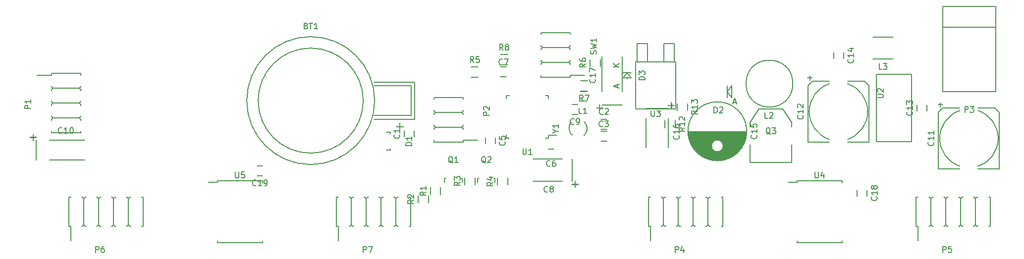
<source format=gto>
G04 #@! TF.GenerationSoftware,KiCad,Pcbnew,no-vcs-found-7406~56~ubuntu16.10.1*
G04 #@! TF.CreationDate,2016-12-22T13:28:21+01:00*
G04 #@! TF.ProjectId,nixie-clock,6E697869652D636C6F636B2E6B696361,rev?*
G04 #@! TF.FileFunction,Legend,Top*
G04 #@! TF.FilePolarity,Positive*
%FSLAX46Y46*%
G04 Gerber Fmt 4.6, Leading zero omitted, Abs format (unit mm)*
G04 Created by KiCad (PCBNEW no-vcs-found-7406~56~ubuntu16.10.1) date Thu Dec 22 13:28:21 2016*
%MOMM*%
%LPD*%
G01*
G04 APERTURE LIST*
%ADD10C,0.100000*%
%ADD11C,0.150000*%
G04 APERTURE END LIST*
D10*
D11*
X182435500Y-132016500D02*
X182435500Y-135064500D01*
X182435500Y-135064500D02*
X189547500Y-135064500D01*
X189547500Y-135064500D02*
X189547500Y-132016500D01*
X182435500Y-128968500D02*
X182435500Y-128206500D01*
X182435500Y-128206500D02*
X183959500Y-125920500D01*
X183959500Y-125920500D02*
X188023500Y-125920500D01*
X188023500Y-125920500D02*
X189547500Y-128206500D01*
X189547500Y-128206500D02*
X189547500Y-128968500D01*
X122580400Y-128320800D02*
X122580400Y-129590800D01*
X121945400Y-128955800D02*
X123215400Y-128955800D01*
X118135400Y-121970800D02*
X124485400Y-121970800D01*
X124485400Y-121970800D02*
X124485400Y-127050800D01*
X124485400Y-127050800D02*
X118135400Y-127050800D01*
X124485400Y-121335800D02*
X125120400Y-121335800D01*
X125120400Y-121335800D02*
X125120400Y-127685800D01*
X125120400Y-127685800D02*
X124485400Y-127685800D01*
X123215400Y-121335800D02*
X124485400Y-121335800D01*
X124485400Y-127685800D02*
X118135400Y-127685800D01*
X118135400Y-121335800D02*
X123215400Y-121335800D01*
X116320656Y-124510800D02*
G75*
G03X116320656Y-124510800I-8980256J0D01*
G01*
X118265353Y-124510800D02*
G75*
G03X118265353Y-124510800I-10924953J0D01*
G01*
X123356000Y-129675000D02*
X123356000Y-130675000D01*
X125056000Y-130675000D02*
X125056000Y-129675000D01*
X157954600Y-127674000D02*
X156954600Y-127674000D01*
X156954600Y-129374000D02*
X157954600Y-129374000D01*
X157929200Y-129782200D02*
X156929200Y-129782200D01*
X156929200Y-131482200D02*
X157929200Y-131482200D01*
X138873600Y-131868800D02*
X138873600Y-130868800D01*
X137173600Y-130868800D02*
X137173600Y-131868800D01*
X148937600Y-132779400D02*
X147937600Y-132779400D01*
X147937600Y-134479400D02*
X148937600Y-134479400D01*
X139784200Y-120458600D02*
X140784200Y-120458600D01*
X140784200Y-118758600D02*
X139784200Y-118758600D01*
X152003760Y-138297920D02*
X152003760Y-134498080D01*
X145303240Y-138297920D02*
X150301960Y-138297920D01*
X145305780Y-134498080D02*
X150304500Y-134498080D01*
X152506680Y-139301220D02*
X152506680Y-138201400D01*
X153106120Y-138800840D02*
X151907240Y-138800840D01*
X152001600Y-126884800D02*
X153001600Y-126884800D01*
X153001600Y-125184800D02*
X152001600Y-125184800D01*
X60434220Y-131244340D02*
X60434220Y-134642860D01*
X68684140Y-134642860D02*
X62684660Y-134642860D01*
X68684140Y-131244340D02*
X62684660Y-131244340D01*
X59931300Y-130241040D02*
X59931300Y-131340860D01*
X59331860Y-130741420D02*
X60530740Y-130741420D01*
X224282000Y-125755400D02*
X221399100Y-125755400D01*
X215392000Y-125755400D02*
X218274900Y-125755400D01*
X214630000Y-136169400D02*
X218274900Y-136169400D01*
X225044000Y-136169400D02*
X221399100Y-136169400D01*
X218274900Y-126212600D02*
G75*
G03X218274900Y-135712200I1562100J-4749800D01*
G01*
X221399100Y-135712200D02*
G75*
G03X221399100Y-126212600I-1562100J4749800D01*
G01*
X214630000Y-136169400D02*
X214630000Y-126517400D01*
X214630000Y-126517400D02*
X215392000Y-125755400D01*
X224282000Y-125755400D02*
X225044000Y-126517400D01*
X225044000Y-126517400D02*
X225044000Y-136169400D01*
X201980800Y-121183400D02*
X199097900Y-121183400D01*
X193090800Y-121183400D02*
X195973700Y-121183400D01*
X192328800Y-131597400D02*
X195973700Y-131597400D01*
X202742800Y-131597400D02*
X199097900Y-131597400D01*
X195973700Y-121640600D02*
G75*
G03X195973700Y-131140200I1562100J-4749800D01*
G01*
X199097900Y-131140200D02*
G75*
G03X199097900Y-121640600I-1562100J4749800D01*
G01*
X192328800Y-131597400D02*
X192328800Y-121945400D01*
X192328800Y-121945400D02*
X193090800Y-121183400D01*
X201980800Y-121183400D02*
X202742800Y-121945400D01*
X202742800Y-121945400D02*
X202742800Y-131597400D01*
X210986000Y-125280800D02*
X210986000Y-126280800D01*
X212686000Y-126280800D02*
X212686000Y-125280800D01*
X198411200Y-117289200D02*
X198411200Y-116289200D01*
X196711200Y-116289200D02*
X196711200Y-117289200D01*
X168473120Y-125846840D02*
X164673280Y-125846840D01*
X168473120Y-132547360D02*
X168473120Y-127548640D01*
X164673280Y-132544820D02*
X164673280Y-127546100D01*
X169476420Y-125343920D02*
X168376600Y-125343920D01*
X168976040Y-124744480D02*
X168976040Y-125943360D01*
X157152340Y-125239780D02*
X160550860Y-125239780D01*
X160550860Y-116989860D02*
X160550860Y-122989340D01*
X157152340Y-116989860D02*
X157152340Y-122989340D01*
X156149040Y-125742700D02*
X157248860Y-125742700D01*
X156649420Y-126342140D02*
X156649420Y-125143260D01*
X202449800Y-140809600D02*
X202449800Y-139809600D01*
X200749800Y-139809600D02*
X200749800Y-140809600D01*
X98153600Y-137375000D02*
X99153600Y-137375000D01*
X99153600Y-135675000D02*
X98153600Y-135675000D01*
X120294400Y-129945180D02*
X120995440Y-129945180D01*
X120995440Y-129945180D02*
X120995440Y-130194100D01*
X120995440Y-132744160D02*
X120995440Y-132944820D01*
X120995440Y-132944820D02*
X120294400Y-132944820D01*
X161442400Y-119744020D02*
X161442400Y-119594160D01*
X161442400Y-120592380D02*
X161442400Y-120793040D01*
X161442400Y-119744020D02*
X160693100Y-119744020D01*
X161442400Y-119744020D02*
X162143440Y-119744020D01*
X161442400Y-119744020D02*
X162143440Y-120592380D01*
X162143440Y-120592380D02*
X160741360Y-120592380D01*
X160741360Y-120592380D02*
X161442400Y-119744020D01*
X154398980Y-122948700D02*
X153347420Y-122948700D01*
X153296620Y-124548900D02*
X154348180Y-124548900D01*
X63032000Y-120142600D02*
X60607000Y-120142600D01*
X63282000Y-122402600D02*
X67782000Y-122402600D01*
X68032000Y-130022600D02*
X68032000Y-129742600D01*
X68032000Y-130022600D02*
X63032000Y-130022600D01*
X63032000Y-130022600D02*
X63032000Y-129742600D01*
X63032000Y-119862600D02*
X63032000Y-120142600D01*
X68032000Y-119862600D02*
X63032000Y-119862600D01*
X68032000Y-122021600D02*
X68032000Y-122148600D01*
X68032000Y-122148600D02*
X67778000Y-122402600D01*
X67778000Y-122402600D02*
X68032000Y-122656600D01*
X68032000Y-122656600D02*
X68032000Y-122783600D01*
X68032000Y-119862600D02*
X68032000Y-120142600D01*
X68032000Y-124561600D02*
X68032000Y-124688600D01*
X68032000Y-127101600D02*
X68032000Y-127228600D01*
X63032000Y-122783600D02*
X63032000Y-122656600D01*
X67778000Y-124942600D02*
X68032000Y-125196600D01*
X67778000Y-127482600D02*
X68032000Y-127736600D01*
X63286000Y-122402600D02*
X63032000Y-122148600D01*
X68032000Y-125196600D02*
X68032000Y-125323600D01*
X68032000Y-127736600D02*
X68032000Y-127863600D01*
X63032000Y-122148600D02*
X63032000Y-122021600D01*
X68032000Y-124688600D02*
X67778000Y-124942600D01*
X68032000Y-127228600D02*
X67778000Y-127482600D01*
X63032000Y-122656600D02*
X63286000Y-122402600D01*
X63032000Y-125323600D02*
X63032000Y-125196600D01*
X63032000Y-127863600D02*
X63032000Y-127736600D01*
X63032000Y-124688600D02*
X63032000Y-124561600D01*
X63032000Y-127228600D02*
X63032000Y-127101600D01*
X63286000Y-124942600D02*
X63032000Y-124688600D01*
X63286000Y-127482600D02*
X63032000Y-127228600D01*
X63032000Y-125196600D02*
X63286000Y-124942600D01*
X63032000Y-127736600D02*
X63286000Y-127482600D01*
X63282000Y-124942600D02*
X67782000Y-124942600D01*
X63282000Y-127482600D02*
X67782000Y-127482600D01*
X133437000Y-131262000D02*
X135862000Y-131262000D01*
X133187000Y-129032000D02*
X128687000Y-129032000D01*
X128437000Y-123952000D02*
X128437000Y-124232000D01*
X128437000Y-123952000D02*
X133437000Y-123952000D01*
X133437000Y-123952000D02*
X133437000Y-124232000D01*
X133437000Y-131572000D02*
X133437000Y-131292000D01*
X128437000Y-131572000D02*
X133437000Y-131572000D01*
X128437000Y-129413000D02*
X128437000Y-129286000D01*
X128437000Y-129286000D02*
X128691000Y-129032000D01*
X128691000Y-129032000D02*
X128437000Y-128778000D01*
X128437000Y-128778000D02*
X128437000Y-128651000D01*
X128437000Y-131572000D02*
X128437000Y-131292000D01*
X128437000Y-126873000D02*
X128437000Y-126746000D01*
X133437000Y-128651000D02*
X133437000Y-128778000D01*
X128691000Y-126492000D02*
X128437000Y-126238000D01*
X133183000Y-129032000D02*
X133437000Y-129286000D01*
X128437000Y-126238000D02*
X128437000Y-126111000D01*
X133437000Y-129286000D02*
X133437000Y-129413000D01*
X128437000Y-126746000D02*
X128691000Y-126492000D01*
X133437000Y-128778000D02*
X133183000Y-129032000D01*
X133437000Y-126111000D02*
X133437000Y-126238000D01*
X133437000Y-126746000D02*
X133437000Y-126873000D01*
X133183000Y-126492000D02*
X133437000Y-126746000D01*
X133437000Y-126238000D02*
X133183000Y-126492000D01*
X133187000Y-126492000D02*
X128687000Y-126492000D01*
X224388680Y-111950500D02*
X215386920Y-111950500D01*
X224388680Y-108450380D02*
X215386920Y-108450380D01*
X215386920Y-108450380D02*
X215386920Y-122951240D01*
X215386920Y-122951240D02*
X224388680Y-122951240D01*
X224388680Y-122951240D02*
X224388680Y-108450380D01*
X165400000Y-146010000D02*
X165400000Y-148435000D01*
X175260000Y-145760000D02*
X175260000Y-141260000D01*
X175514000Y-146010000D02*
X175260000Y-145756000D01*
X175260000Y-145756000D02*
X175006000Y-146010000D01*
X175006000Y-146010000D02*
X174879000Y-146010000D01*
X175641000Y-146010000D02*
X175514000Y-146010000D01*
X175006000Y-141010000D02*
X175260000Y-141264000D01*
X175514000Y-141010000D02*
X175641000Y-141010000D01*
X175260000Y-141264000D02*
X175514000Y-141010000D01*
X174879000Y-141010000D02*
X175006000Y-141010000D01*
X167640000Y-145760000D02*
X167640000Y-141260000D01*
X177800000Y-141010000D02*
X177520000Y-141010000D01*
X177800000Y-141010000D02*
X177800000Y-146010000D01*
X177800000Y-146010000D02*
X177520000Y-146010000D01*
X165100000Y-146010000D02*
X165380000Y-146010000D01*
X165100000Y-141010000D02*
X165100000Y-146010000D01*
X167259000Y-141010000D02*
X167386000Y-141010000D01*
X167386000Y-141010000D02*
X167640000Y-141264000D01*
X167640000Y-141264000D02*
X167894000Y-141010000D01*
X167894000Y-141010000D02*
X168021000Y-141010000D01*
X165100000Y-141010000D02*
X165380000Y-141010000D01*
X169799000Y-141010000D02*
X169926000Y-141010000D01*
X172339000Y-141010000D02*
X172466000Y-141010000D01*
X168021000Y-146010000D02*
X167894000Y-146010000D01*
X170180000Y-141264000D02*
X170434000Y-141010000D01*
X172720000Y-141264000D02*
X172974000Y-141010000D01*
X167640000Y-145756000D02*
X167386000Y-146010000D01*
X170434000Y-141010000D02*
X170561000Y-141010000D01*
X172974000Y-141010000D02*
X173101000Y-141010000D01*
X167386000Y-146010000D02*
X167259000Y-146010000D01*
X169926000Y-141010000D02*
X170180000Y-141264000D01*
X172466000Y-141010000D02*
X172720000Y-141264000D01*
X167894000Y-146010000D02*
X167640000Y-145756000D01*
X170561000Y-146010000D02*
X170434000Y-146010000D01*
X173101000Y-146010000D02*
X172974000Y-146010000D01*
X169926000Y-146010000D02*
X169799000Y-146010000D01*
X172466000Y-146010000D02*
X172339000Y-146010000D01*
X170180000Y-145756000D02*
X169926000Y-146010000D01*
X172720000Y-145756000D02*
X172466000Y-146010000D01*
X170434000Y-146010000D02*
X170180000Y-145756000D01*
X172974000Y-146010000D02*
X172720000Y-145756000D01*
X170180000Y-145760000D02*
X170180000Y-141260000D01*
X172720000Y-145760000D02*
X172720000Y-141260000D01*
X211120000Y-146010000D02*
X211120000Y-148435000D01*
X220980000Y-145760000D02*
X220980000Y-141260000D01*
X221234000Y-146010000D02*
X220980000Y-145756000D01*
X220980000Y-145756000D02*
X220726000Y-146010000D01*
X220726000Y-146010000D02*
X220599000Y-146010000D01*
X221361000Y-146010000D02*
X221234000Y-146010000D01*
X220726000Y-141010000D02*
X220980000Y-141264000D01*
X221234000Y-141010000D02*
X221361000Y-141010000D01*
X220980000Y-141264000D02*
X221234000Y-141010000D01*
X220599000Y-141010000D02*
X220726000Y-141010000D01*
X213360000Y-145760000D02*
X213360000Y-141260000D01*
X223520000Y-141010000D02*
X223240000Y-141010000D01*
X223520000Y-141010000D02*
X223520000Y-146010000D01*
X223520000Y-146010000D02*
X223240000Y-146010000D01*
X210820000Y-146010000D02*
X211100000Y-146010000D01*
X210820000Y-141010000D02*
X210820000Y-146010000D01*
X212979000Y-141010000D02*
X213106000Y-141010000D01*
X213106000Y-141010000D02*
X213360000Y-141264000D01*
X213360000Y-141264000D02*
X213614000Y-141010000D01*
X213614000Y-141010000D02*
X213741000Y-141010000D01*
X210820000Y-141010000D02*
X211100000Y-141010000D01*
X215519000Y-141010000D02*
X215646000Y-141010000D01*
X218059000Y-141010000D02*
X218186000Y-141010000D01*
X213741000Y-146010000D02*
X213614000Y-146010000D01*
X215900000Y-141264000D02*
X216154000Y-141010000D01*
X218440000Y-141264000D02*
X218694000Y-141010000D01*
X213360000Y-145756000D02*
X213106000Y-146010000D01*
X216154000Y-141010000D02*
X216281000Y-141010000D01*
X218694000Y-141010000D02*
X218821000Y-141010000D01*
X213106000Y-146010000D02*
X212979000Y-146010000D01*
X215646000Y-141010000D02*
X215900000Y-141264000D01*
X218186000Y-141010000D02*
X218440000Y-141264000D01*
X213614000Y-146010000D02*
X213360000Y-145756000D01*
X216281000Y-146010000D02*
X216154000Y-146010000D01*
X218821000Y-146010000D02*
X218694000Y-146010000D01*
X215646000Y-146010000D02*
X215519000Y-146010000D01*
X218186000Y-146010000D02*
X218059000Y-146010000D01*
X215900000Y-145756000D02*
X215646000Y-146010000D01*
X218440000Y-145756000D02*
X218186000Y-146010000D01*
X216154000Y-146010000D02*
X215900000Y-145756000D01*
X218694000Y-146010000D02*
X218440000Y-145756000D01*
X215900000Y-145760000D02*
X215900000Y-141260000D01*
X218440000Y-145760000D02*
X218440000Y-141260000D01*
X66340000Y-146010000D02*
X66340000Y-148435000D01*
X76200000Y-145760000D02*
X76200000Y-141260000D01*
X76454000Y-146010000D02*
X76200000Y-145756000D01*
X76200000Y-145756000D02*
X75946000Y-146010000D01*
X75946000Y-146010000D02*
X75819000Y-146010000D01*
X76581000Y-146010000D02*
X76454000Y-146010000D01*
X75946000Y-141010000D02*
X76200000Y-141264000D01*
X76454000Y-141010000D02*
X76581000Y-141010000D01*
X76200000Y-141264000D02*
X76454000Y-141010000D01*
X75819000Y-141010000D02*
X75946000Y-141010000D01*
X68580000Y-145760000D02*
X68580000Y-141260000D01*
X78740000Y-141010000D02*
X78460000Y-141010000D01*
X78740000Y-141010000D02*
X78740000Y-146010000D01*
X78740000Y-146010000D02*
X78460000Y-146010000D01*
X66040000Y-146010000D02*
X66320000Y-146010000D01*
X66040000Y-141010000D02*
X66040000Y-146010000D01*
X68199000Y-141010000D02*
X68326000Y-141010000D01*
X68326000Y-141010000D02*
X68580000Y-141264000D01*
X68580000Y-141264000D02*
X68834000Y-141010000D01*
X68834000Y-141010000D02*
X68961000Y-141010000D01*
X66040000Y-141010000D02*
X66320000Y-141010000D01*
X70739000Y-141010000D02*
X70866000Y-141010000D01*
X73279000Y-141010000D02*
X73406000Y-141010000D01*
X68961000Y-146010000D02*
X68834000Y-146010000D01*
X71120000Y-141264000D02*
X71374000Y-141010000D01*
X73660000Y-141264000D02*
X73914000Y-141010000D01*
X68580000Y-145756000D02*
X68326000Y-146010000D01*
X71374000Y-141010000D02*
X71501000Y-141010000D01*
X73914000Y-141010000D02*
X74041000Y-141010000D01*
X68326000Y-146010000D02*
X68199000Y-146010000D01*
X70866000Y-141010000D02*
X71120000Y-141264000D01*
X73406000Y-141010000D02*
X73660000Y-141264000D01*
X68834000Y-146010000D02*
X68580000Y-145756000D01*
X71501000Y-146010000D02*
X71374000Y-146010000D01*
X74041000Y-146010000D02*
X73914000Y-146010000D01*
X70866000Y-146010000D02*
X70739000Y-146010000D01*
X73406000Y-146010000D02*
X73279000Y-146010000D01*
X71120000Y-145756000D02*
X70866000Y-146010000D01*
X73660000Y-145756000D02*
X73406000Y-146010000D01*
X71374000Y-146010000D02*
X71120000Y-145756000D01*
X73914000Y-146010000D02*
X73660000Y-145756000D01*
X71120000Y-145760000D02*
X71120000Y-141260000D01*
X73660000Y-145760000D02*
X73660000Y-141260000D01*
X112060000Y-146010000D02*
X112060000Y-148435000D01*
X121920000Y-145760000D02*
X121920000Y-141260000D01*
X122174000Y-146010000D02*
X121920000Y-145756000D01*
X121920000Y-145756000D02*
X121666000Y-146010000D01*
X121666000Y-146010000D02*
X121539000Y-146010000D01*
X122301000Y-146010000D02*
X122174000Y-146010000D01*
X121666000Y-141010000D02*
X121920000Y-141264000D01*
X122174000Y-141010000D02*
X122301000Y-141010000D01*
X121920000Y-141264000D02*
X122174000Y-141010000D01*
X121539000Y-141010000D02*
X121666000Y-141010000D01*
X114300000Y-145760000D02*
X114300000Y-141260000D01*
X124460000Y-141010000D02*
X124180000Y-141010000D01*
X124460000Y-141010000D02*
X124460000Y-146010000D01*
X124460000Y-146010000D02*
X124180000Y-146010000D01*
X111760000Y-146010000D02*
X112040000Y-146010000D01*
X111760000Y-141010000D02*
X111760000Y-146010000D01*
X113919000Y-141010000D02*
X114046000Y-141010000D01*
X114046000Y-141010000D02*
X114300000Y-141264000D01*
X114300000Y-141264000D02*
X114554000Y-141010000D01*
X114554000Y-141010000D02*
X114681000Y-141010000D01*
X111760000Y-141010000D02*
X112040000Y-141010000D01*
X116459000Y-141010000D02*
X116586000Y-141010000D01*
X118999000Y-141010000D02*
X119126000Y-141010000D01*
X114681000Y-146010000D02*
X114554000Y-146010000D01*
X116840000Y-141264000D02*
X117094000Y-141010000D01*
X119380000Y-141264000D02*
X119634000Y-141010000D01*
X114300000Y-145756000D02*
X114046000Y-146010000D01*
X117094000Y-141010000D02*
X117221000Y-141010000D01*
X119634000Y-141010000D02*
X119761000Y-141010000D01*
X114046000Y-146010000D02*
X113919000Y-146010000D01*
X116586000Y-141010000D02*
X116840000Y-141264000D01*
X119126000Y-141010000D02*
X119380000Y-141264000D01*
X114554000Y-146010000D02*
X114300000Y-145756000D01*
X117221000Y-146010000D02*
X117094000Y-146010000D01*
X119761000Y-146010000D02*
X119634000Y-146010000D01*
X116586000Y-146010000D02*
X116459000Y-146010000D01*
X119126000Y-146010000D02*
X118999000Y-146010000D01*
X116840000Y-145756000D02*
X116586000Y-146010000D01*
X119380000Y-145756000D02*
X119126000Y-146010000D01*
X117094000Y-146010000D02*
X116840000Y-145756000D01*
X119634000Y-146010000D02*
X119380000Y-145756000D01*
X116840000Y-145760000D02*
X116840000Y-141260000D01*
X119380000Y-145760000D02*
X119380000Y-141260000D01*
X130224580Y-138480800D02*
X130224580Y-137779760D01*
X130224580Y-137779760D02*
X130473500Y-137779760D01*
X133023560Y-137779760D02*
X133224220Y-137779760D01*
X133224220Y-137779760D02*
X133224220Y-138480800D01*
X135863380Y-138506200D02*
X135863380Y-137805160D01*
X135863380Y-137805160D02*
X136112300Y-137805160D01*
X138662360Y-137805160D02*
X138863020Y-137805160D01*
X138863020Y-137805160D02*
X138863020Y-138506200D01*
X129551400Y-139354000D02*
X129551400Y-140554000D01*
X127801400Y-140554000D02*
X127801400Y-139354000D01*
X127443200Y-140751000D02*
X127443200Y-141951000D01*
X125693200Y-141951000D02*
X125693200Y-140751000D01*
X135418800Y-137677600D02*
X135418800Y-138877600D01*
X133668800Y-138877600D02*
X133668800Y-137677600D01*
X141032200Y-137703000D02*
X141032200Y-138903000D01*
X139282200Y-138903000D02*
X139282200Y-137703000D01*
X135982000Y-120509000D02*
X134782000Y-120509000D01*
X134782000Y-118759000D02*
X135982000Y-118759000D01*
X156831000Y-117433800D02*
X156831000Y-118633800D01*
X155081000Y-118633800D02*
X155081000Y-117433800D01*
X153451000Y-121146600D02*
X154651000Y-121146600D01*
X154651000Y-122896600D02*
X153451000Y-122896600D01*
X140985800Y-118400800D02*
X139785800Y-118400800D01*
X139785800Y-116650800D02*
X140985800Y-116650800D01*
X167857200Y-129124000D02*
X167857200Y-127924000D01*
X169607200Y-127924000D02*
X169607200Y-129124000D01*
X169990800Y-126203000D02*
X169990800Y-125003000D01*
X171740800Y-125003000D02*
X171740800Y-126203000D01*
X151725000Y-120187600D02*
X154150000Y-120187600D01*
X151475000Y-117957600D02*
X146975000Y-117957600D01*
X146725000Y-112877600D02*
X146725000Y-113157600D01*
X146725000Y-112877600D02*
X151725000Y-112877600D01*
X151725000Y-112877600D02*
X151725000Y-113157600D01*
X151725000Y-120497600D02*
X151725000Y-120217600D01*
X146725000Y-120497600D02*
X151725000Y-120497600D01*
X146725000Y-118338600D02*
X146725000Y-118211600D01*
X146725000Y-118211600D02*
X146979000Y-117957600D01*
X146979000Y-117957600D02*
X146725000Y-117703600D01*
X146725000Y-117703600D02*
X146725000Y-117576600D01*
X146725000Y-120497600D02*
X146725000Y-120217600D01*
X146725000Y-115798600D02*
X146725000Y-115671600D01*
X151725000Y-117576600D02*
X151725000Y-117703600D01*
X146979000Y-115417600D02*
X146725000Y-115163600D01*
X151471000Y-117957600D02*
X151725000Y-118211600D01*
X146725000Y-115163600D02*
X146725000Y-115036600D01*
X151725000Y-118211600D02*
X151725000Y-118338600D01*
X146725000Y-115671600D02*
X146979000Y-115417600D01*
X151725000Y-117703600D02*
X151471000Y-117957600D01*
X151725000Y-115036600D02*
X151725000Y-115163600D01*
X151725000Y-115671600D02*
X151725000Y-115798600D01*
X151471000Y-115417600D02*
X151725000Y-115671600D01*
X151725000Y-115163600D02*
X151471000Y-115417600D01*
X151475000Y-115417600D02*
X146975000Y-115417600D01*
X147998600Y-130904400D02*
X147998600Y-130454400D01*
X140748600Y-130904400D02*
X140748600Y-130379400D01*
X140748600Y-123654400D02*
X140748600Y-124179400D01*
X147998600Y-123654400D02*
X147998600Y-124179400D01*
X147998600Y-130904400D02*
X147473600Y-130904400D01*
X147998600Y-123654400D02*
X147473600Y-123654400D01*
X140748600Y-123654400D02*
X141273600Y-123654400D01*
X140748600Y-130904400D02*
X141273600Y-130904400D01*
X147998600Y-130454400D02*
X149373600Y-130454400D01*
X164896800Y-117906800D02*
X164896800Y-114731800D01*
X164896800Y-114731800D02*
X163118800Y-114731800D01*
X163118800Y-114731800D02*
X163118800Y-117906800D01*
X169468800Y-117906800D02*
X169468800Y-114731800D01*
X169468800Y-114731800D02*
X167690800Y-114731800D01*
X167690800Y-114731800D02*
X167690800Y-117906800D01*
X162864800Y-124002800D02*
X162864800Y-117906800D01*
X162864800Y-117906800D02*
X169722800Y-117906800D01*
X169722800Y-117906800D02*
X169722800Y-125780800D01*
X169722800Y-125907800D02*
X162864800Y-125907800D01*
X162864800Y-125780800D02*
X162864800Y-124002800D01*
X190435000Y-138185000D02*
X190435000Y-138460000D01*
X198185000Y-138185000D02*
X198185000Y-138540000D01*
X198185000Y-148835000D02*
X198185000Y-148480000D01*
X190435000Y-148835000D02*
X190435000Y-148480000D01*
X190435000Y-138185000D02*
X198185000Y-138185000D01*
X190435000Y-148835000D02*
X198185000Y-148835000D01*
X190435000Y-138460000D02*
X188910000Y-138460000D01*
X91375000Y-138185000D02*
X91375000Y-138460000D01*
X99125000Y-138185000D02*
X99125000Y-138540000D01*
X99125000Y-148835000D02*
X99125000Y-148480000D01*
X91375000Y-148835000D02*
X91375000Y-148480000D01*
X91375000Y-138185000D02*
X99125000Y-138185000D01*
X91375000Y-148835000D02*
X99125000Y-148835000D01*
X91375000Y-138460000D02*
X89850000Y-138460000D01*
X154185620Y-128211580D02*
X154035760Y-128061720D01*
X151785320Y-130159760D02*
X152034240Y-130411220D01*
X154185620Y-128211580D02*
X154434540Y-128559560D01*
X154434540Y-128559560D02*
X154584400Y-129110740D01*
X154584400Y-129110740D02*
X154584400Y-129509520D01*
X154584400Y-129509520D02*
X154383740Y-130009900D01*
X154383740Y-130009900D02*
X154035760Y-130411220D01*
X151985980Y-128109980D02*
X151734520Y-128409700D01*
X151734520Y-128409700D02*
X151533860Y-128861820D01*
X151533860Y-128861820D02*
X151485600Y-129311400D01*
X151485600Y-129311400D02*
X151584660Y-129811780D01*
X151584660Y-129811780D02*
X151785320Y-130159760D01*
X206857600Y-113665000D02*
X203403200Y-113665000D01*
X206857600Y-117424200D02*
X203403200Y-117424200D01*
X210034000Y-131520800D02*
X210034000Y-120040800D01*
X210034000Y-120040800D02*
X204044000Y-120040800D01*
X204044000Y-120040800D02*
X204044000Y-131520800D01*
X204044000Y-131520800D02*
X210034000Y-131520800D01*
X181833800Y-129829000D02*
X171835800Y-129829000D01*
X181829800Y-129969000D02*
X171839800Y-129969000D01*
X181821800Y-130109000D02*
X171847800Y-130109000D01*
X181809800Y-130249000D02*
X171859800Y-130249000D01*
X181794800Y-130389000D02*
X171874800Y-130389000D01*
X181774800Y-130529000D02*
X171894800Y-130529000D01*
X181750800Y-130669000D02*
X171918800Y-130669000D01*
X181721800Y-130809000D02*
X171947800Y-130809000D01*
X181689800Y-130949000D02*
X171979800Y-130949000D01*
X181652800Y-131089000D02*
X172016800Y-131089000D01*
X181611800Y-131229000D02*
X172057800Y-131229000D01*
X181566800Y-131369000D02*
X177300800Y-131369000D01*
X176368800Y-131369000D02*
X172102800Y-131369000D01*
X181516800Y-131509000D02*
X177501800Y-131509000D01*
X176167800Y-131509000D02*
X172152800Y-131509000D01*
X181461800Y-131649000D02*
X177630800Y-131649000D01*
X176038800Y-131649000D02*
X172207800Y-131649000D01*
X181401800Y-131789000D02*
X177719800Y-131789000D01*
X175949800Y-131789000D02*
X172267800Y-131789000D01*
X181336800Y-131929000D02*
X177780800Y-131929000D01*
X175888800Y-131929000D02*
X172332800Y-131929000D01*
X181266800Y-132069000D02*
X177817800Y-132069000D01*
X175851800Y-132069000D02*
X172402800Y-132069000D01*
X181190800Y-132209000D02*
X177833800Y-132209000D01*
X175835800Y-132209000D02*
X172478800Y-132209000D01*
X181108800Y-132349000D02*
X177829800Y-132349000D01*
X175839800Y-132349000D02*
X172560800Y-132349000D01*
X181020800Y-132489000D02*
X177806800Y-132489000D01*
X175862800Y-132489000D02*
X172648800Y-132489000D01*
X180925800Y-132629000D02*
X177761800Y-132629000D01*
X175907800Y-132629000D02*
X172743800Y-132629000D01*
X180823800Y-132769000D02*
X177691800Y-132769000D01*
X175977800Y-132769000D02*
X172845800Y-132769000D01*
X180713800Y-132909000D02*
X177590800Y-132909000D01*
X176078800Y-132909000D02*
X172955800Y-132909000D01*
X180595800Y-133049000D02*
X177441800Y-133049000D01*
X176227800Y-133049000D02*
X173073800Y-133049000D01*
X180467800Y-133189000D02*
X177189800Y-133189000D01*
X176479800Y-133189000D02*
X173201800Y-133189000D01*
X180330800Y-133329000D02*
X173338800Y-133329000D01*
X180180800Y-133469000D02*
X173488800Y-133469000D01*
X180018800Y-133609000D02*
X173650800Y-133609000D01*
X179841800Y-133749000D02*
X173827800Y-133749000D01*
X179645800Y-133889000D02*
X174023800Y-133889000D01*
X179427800Y-134029000D02*
X174241800Y-134029000D01*
X179181800Y-134169000D02*
X174487800Y-134169000D01*
X178896800Y-134309000D02*
X174772800Y-134309000D01*
X178554800Y-134449000D02*
X175114800Y-134449000D01*
X178108800Y-134589000D02*
X175560800Y-134589000D01*
X177333800Y-134729000D02*
X176335800Y-134729000D01*
X177834800Y-132254000D02*
G75*
G03X177834800Y-132254000I-1000000J0D01*
G01*
X181872300Y-129754000D02*
G75*
G03X181872300Y-129754000I-5037500J0D01*
G01*
X178536600Y-122986800D02*
X179298600Y-124002800D01*
X178536600Y-122986800D02*
X179298600Y-121970800D01*
X178536600Y-121970800D02*
X178536600Y-124002800D01*
X179298600Y-121970800D02*
X179298600Y-124002800D01*
X189738000Y-121602500D02*
G75*
G03X189738000Y-121602500I-4000500J0D01*
G01*
X185896261Y-130278119D02*
X185801023Y-130230500D01*
X185705785Y-130135261D01*
X185562928Y-129992404D01*
X185467690Y-129944785D01*
X185372452Y-129944785D01*
X185420071Y-130182880D02*
X185324833Y-130135261D01*
X185229595Y-130040023D01*
X185181976Y-129849547D01*
X185181976Y-129516214D01*
X185229595Y-129325738D01*
X185324833Y-129230500D01*
X185420071Y-129182880D01*
X185610547Y-129182880D01*
X185705785Y-129230500D01*
X185801023Y-129325738D01*
X185848642Y-129516214D01*
X185848642Y-129849547D01*
X185801023Y-130040023D01*
X185705785Y-130135261D01*
X185610547Y-130182880D01*
X185420071Y-130182880D01*
X186181976Y-129182880D02*
X186801023Y-129182880D01*
X186467690Y-129563833D01*
X186610547Y-129563833D01*
X186705785Y-129611452D01*
X186753404Y-129659071D01*
X186801023Y-129754309D01*
X186801023Y-129992404D01*
X186753404Y-130087642D01*
X186705785Y-130135261D01*
X186610547Y-130182880D01*
X186324833Y-130182880D01*
X186229595Y-130135261D01*
X186181976Y-130087642D01*
X106554685Y-111739371D02*
X106697542Y-111786990D01*
X106745161Y-111834609D01*
X106792780Y-111929847D01*
X106792780Y-112072704D01*
X106745161Y-112167942D01*
X106697542Y-112215561D01*
X106602304Y-112263180D01*
X106221352Y-112263180D01*
X106221352Y-111263180D01*
X106554685Y-111263180D01*
X106649923Y-111310800D01*
X106697542Y-111358419D01*
X106745161Y-111453657D01*
X106745161Y-111548895D01*
X106697542Y-111644133D01*
X106649923Y-111691752D01*
X106554685Y-111739371D01*
X106221352Y-111739371D01*
X107078495Y-111263180D02*
X107649923Y-111263180D01*
X107364209Y-112263180D02*
X107364209Y-111263180D01*
X108507066Y-112263180D02*
X107935638Y-112263180D01*
X108221352Y-112263180D02*
X108221352Y-111263180D01*
X108126114Y-111406038D01*
X108030876Y-111501276D01*
X107935638Y-111548895D01*
X122463142Y-130341666D02*
X122510761Y-130389285D01*
X122558380Y-130532142D01*
X122558380Y-130627380D01*
X122510761Y-130770238D01*
X122415523Y-130865476D01*
X122320285Y-130913095D01*
X122129809Y-130960714D01*
X121986952Y-130960714D01*
X121796476Y-130913095D01*
X121701238Y-130865476D01*
X121606000Y-130770238D01*
X121558380Y-130627380D01*
X121558380Y-130532142D01*
X121606000Y-130389285D01*
X121653619Y-130341666D01*
X122558380Y-129389285D02*
X122558380Y-129960714D01*
X122558380Y-129675000D02*
X121558380Y-129675000D01*
X121701238Y-129770238D01*
X121796476Y-129865476D01*
X121844095Y-129960714D01*
X157287933Y-126781142D02*
X157240314Y-126828761D01*
X157097457Y-126876380D01*
X157002219Y-126876380D01*
X156859361Y-126828761D01*
X156764123Y-126733523D01*
X156716504Y-126638285D01*
X156668885Y-126447809D01*
X156668885Y-126304952D01*
X156716504Y-126114476D01*
X156764123Y-126019238D01*
X156859361Y-125924000D01*
X157002219Y-125876380D01*
X157097457Y-125876380D01*
X157240314Y-125924000D01*
X157287933Y-125971619D01*
X157668885Y-125971619D02*
X157716504Y-125924000D01*
X157811742Y-125876380D01*
X158049838Y-125876380D01*
X158145076Y-125924000D01*
X158192695Y-125971619D01*
X158240314Y-126066857D01*
X158240314Y-126162095D01*
X158192695Y-126304952D01*
X157621266Y-126876380D01*
X158240314Y-126876380D01*
X157262533Y-128889342D02*
X157214914Y-128936961D01*
X157072057Y-128984580D01*
X156976819Y-128984580D01*
X156833961Y-128936961D01*
X156738723Y-128841723D01*
X156691104Y-128746485D01*
X156643485Y-128556009D01*
X156643485Y-128413152D01*
X156691104Y-128222676D01*
X156738723Y-128127438D01*
X156833961Y-128032200D01*
X156976819Y-127984580D01*
X157072057Y-127984580D01*
X157214914Y-128032200D01*
X157262533Y-128079819D01*
X157595866Y-127984580D02*
X158214914Y-127984580D01*
X157881580Y-128365533D01*
X158024438Y-128365533D01*
X158119676Y-128413152D01*
X158167295Y-128460771D01*
X158214914Y-128556009D01*
X158214914Y-128794104D01*
X158167295Y-128889342D01*
X158119676Y-128936961D01*
X158024438Y-128984580D01*
X157738723Y-128984580D01*
X157643485Y-128936961D01*
X157595866Y-128889342D01*
X140480742Y-131535466D02*
X140528361Y-131583085D01*
X140575980Y-131725942D01*
X140575980Y-131821180D01*
X140528361Y-131964038D01*
X140433123Y-132059276D01*
X140337885Y-132106895D01*
X140147409Y-132154514D01*
X140004552Y-132154514D01*
X139814076Y-132106895D01*
X139718838Y-132059276D01*
X139623600Y-131964038D01*
X139575980Y-131821180D01*
X139575980Y-131725942D01*
X139623600Y-131583085D01*
X139671219Y-131535466D01*
X139575980Y-130630704D02*
X139575980Y-131106895D01*
X140052171Y-131154514D01*
X140004552Y-131106895D01*
X139956933Y-131011657D01*
X139956933Y-130773561D01*
X140004552Y-130678323D01*
X140052171Y-130630704D01*
X140147409Y-130583085D01*
X140385504Y-130583085D01*
X140480742Y-130630704D01*
X140528361Y-130678323D01*
X140575980Y-130773561D01*
X140575980Y-131011657D01*
X140528361Y-131106895D01*
X140480742Y-131154514D01*
X148245533Y-135662942D02*
X148197914Y-135710561D01*
X148055057Y-135758180D01*
X147959819Y-135758180D01*
X147816961Y-135710561D01*
X147721723Y-135615323D01*
X147674104Y-135520085D01*
X147626485Y-135329609D01*
X147626485Y-135186752D01*
X147674104Y-134996276D01*
X147721723Y-134901038D01*
X147816961Y-134805800D01*
X147959819Y-134758180D01*
X148055057Y-134758180D01*
X148197914Y-134805800D01*
X148245533Y-134853419D01*
X149102676Y-134758180D02*
X148912200Y-134758180D01*
X148816961Y-134805800D01*
X148769342Y-134853419D01*
X148674104Y-134996276D01*
X148626485Y-135186752D01*
X148626485Y-135567704D01*
X148674104Y-135662942D01*
X148721723Y-135710561D01*
X148816961Y-135758180D01*
X149007438Y-135758180D01*
X149102676Y-135710561D01*
X149150295Y-135662942D01*
X149197914Y-135567704D01*
X149197914Y-135329609D01*
X149150295Y-135234371D01*
X149102676Y-135186752D01*
X149007438Y-135139133D01*
X148816961Y-135139133D01*
X148721723Y-135186752D01*
X148674104Y-135234371D01*
X148626485Y-135329609D01*
X140117533Y-118314742D02*
X140069914Y-118362361D01*
X139927057Y-118409980D01*
X139831819Y-118409980D01*
X139688961Y-118362361D01*
X139593723Y-118267123D01*
X139546104Y-118171885D01*
X139498485Y-117981409D01*
X139498485Y-117838552D01*
X139546104Y-117648076D01*
X139593723Y-117552838D01*
X139688961Y-117457600D01*
X139831819Y-117409980D01*
X139927057Y-117409980D01*
X140069914Y-117457600D01*
X140117533Y-117505219D01*
X140450866Y-117409980D02*
X141117533Y-117409980D01*
X140688961Y-118409980D01*
X147836593Y-140054602D02*
X147788974Y-140102221D01*
X147646117Y-140149840D01*
X147550879Y-140149840D01*
X147408021Y-140102221D01*
X147312783Y-140006983D01*
X147265164Y-139911745D01*
X147217545Y-139721269D01*
X147217545Y-139578412D01*
X147265164Y-139387936D01*
X147312783Y-139292698D01*
X147408021Y-139197460D01*
X147550879Y-139149840D01*
X147646117Y-139149840D01*
X147788974Y-139197460D01*
X147836593Y-139245079D01*
X148408021Y-139578412D02*
X148312783Y-139530793D01*
X148265164Y-139483174D01*
X148217545Y-139387936D01*
X148217545Y-139340317D01*
X148265164Y-139245079D01*
X148312783Y-139197460D01*
X148408021Y-139149840D01*
X148598498Y-139149840D01*
X148693736Y-139197460D01*
X148741355Y-139245079D01*
X148788974Y-139340317D01*
X148788974Y-139387936D01*
X148741355Y-139483174D01*
X148693736Y-139530793D01*
X148598498Y-139578412D01*
X148408021Y-139578412D01*
X148312783Y-139626031D01*
X148265164Y-139673650D01*
X148217545Y-139768888D01*
X148217545Y-139959364D01*
X148265164Y-140054602D01*
X148312783Y-140102221D01*
X148408021Y-140149840D01*
X148598498Y-140149840D01*
X148693736Y-140102221D01*
X148741355Y-140054602D01*
X148788974Y-139959364D01*
X148788974Y-139768888D01*
X148741355Y-139673650D01*
X148693736Y-139626031D01*
X148598498Y-139578412D01*
X152123187Y-138869728D02*
X152885092Y-138869728D01*
X152504140Y-139250680D02*
X152504140Y-138488776D01*
X152334933Y-128491942D02*
X152287314Y-128539561D01*
X152144457Y-128587180D01*
X152049219Y-128587180D01*
X151906361Y-128539561D01*
X151811123Y-128444323D01*
X151763504Y-128349085D01*
X151715885Y-128158609D01*
X151715885Y-128015752D01*
X151763504Y-127825276D01*
X151811123Y-127730038D01*
X151906361Y-127634800D01*
X152049219Y-127587180D01*
X152144457Y-127587180D01*
X152287314Y-127634800D01*
X152334933Y-127682419D01*
X152811123Y-128587180D02*
X153001600Y-128587180D01*
X153096838Y-128539561D01*
X153144457Y-128491942D01*
X153239695Y-128349085D01*
X153287314Y-128158609D01*
X153287314Y-127777657D01*
X153239695Y-127682419D01*
X153192076Y-127634800D01*
X153096838Y-127587180D01*
X152906361Y-127587180D01*
X152811123Y-127634800D01*
X152763504Y-127682419D01*
X152715885Y-127777657D01*
X152715885Y-128015752D01*
X152763504Y-128110990D01*
X152811123Y-128158609D01*
X152906361Y-128206228D01*
X153096838Y-128206228D01*
X153192076Y-128158609D01*
X153239695Y-128110990D01*
X153287314Y-128015752D01*
X64840882Y-130001282D02*
X64793263Y-130048901D01*
X64650406Y-130096520D01*
X64555168Y-130096520D01*
X64412311Y-130048901D01*
X64317073Y-129953663D01*
X64269454Y-129858425D01*
X64221835Y-129667949D01*
X64221835Y-129525092D01*
X64269454Y-129334616D01*
X64317073Y-129239378D01*
X64412311Y-129144140D01*
X64555168Y-129096520D01*
X64650406Y-129096520D01*
X64793263Y-129144140D01*
X64840882Y-129191759D01*
X65793263Y-130096520D02*
X65221835Y-130096520D01*
X65507549Y-130096520D02*
X65507549Y-129096520D01*
X65412311Y-129239378D01*
X65317073Y-129334616D01*
X65221835Y-129382235D01*
X66412311Y-129096520D02*
X66507549Y-129096520D01*
X66602787Y-129144140D01*
X66650406Y-129191759D01*
X66698025Y-129286997D01*
X66745644Y-129477473D01*
X66745644Y-129715568D01*
X66698025Y-129906044D01*
X66650406Y-130001282D01*
X66602787Y-130048901D01*
X66507549Y-130096520D01*
X66412311Y-130096520D01*
X66317073Y-130048901D01*
X66269454Y-130001282D01*
X66221835Y-129906044D01*
X66174216Y-129715568D01*
X66174216Y-129477473D01*
X66221835Y-129286997D01*
X66269454Y-129191759D01*
X66317073Y-129144140D01*
X66412311Y-129096520D01*
X59552887Y-130815388D02*
X60314792Y-130815388D01*
X59933840Y-131196340D02*
X59933840Y-130434436D01*
X213729842Y-131605257D02*
X213777461Y-131652876D01*
X213825080Y-131795733D01*
X213825080Y-131890971D01*
X213777461Y-132033828D01*
X213682223Y-132129066D01*
X213586985Y-132176685D01*
X213396509Y-132224304D01*
X213253652Y-132224304D01*
X213063176Y-132176685D01*
X212967938Y-132129066D01*
X212872700Y-132033828D01*
X212825080Y-131890971D01*
X212825080Y-131795733D01*
X212872700Y-131652876D01*
X212920319Y-131605257D01*
X213825080Y-130652876D02*
X213825080Y-131224304D01*
X213825080Y-130938590D02*
X212825080Y-130938590D01*
X212967938Y-131033828D01*
X213063176Y-131129066D01*
X213110795Y-131224304D01*
X213825080Y-129700495D02*
X213825080Y-130271923D01*
X213825080Y-129986209D02*
X212825080Y-129986209D01*
X212967938Y-130081447D01*
X213063176Y-130176685D01*
X213110795Y-130271923D01*
X214942728Y-125564852D02*
X214942728Y-124802947D01*
X215323680Y-125183900D02*
X214561776Y-125183900D01*
X191428642Y-127033257D02*
X191476261Y-127080876D01*
X191523880Y-127223733D01*
X191523880Y-127318971D01*
X191476261Y-127461828D01*
X191381023Y-127557066D01*
X191285785Y-127604685D01*
X191095309Y-127652304D01*
X190952452Y-127652304D01*
X190761976Y-127604685D01*
X190666738Y-127557066D01*
X190571500Y-127461828D01*
X190523880Y-127318971D01*
X190523880Y-127223733D01*
X190571500Y-127080876D01*
X190619119Y-127033257D01*
X191523880Y-126080876D02*
X191523880Y-126652304D01*
X191523880Y-126366590D02*
X190523880Y-126366590D01*
X190666738Y-126461828D01*
X190761976Y-126557066D01*
X190809595Y-126652304D01*
X190619119Y-125699923D02*
X190571500Y-125652304D01*
X190523880Y-125557066D01*
X190523880Y-125318971D01*
X190571500Y-125223733D01*
X190619119Y-125176114D01*
X190714357Y-125128495D01*
X190809595Y-125128495D01*
X190952452Y-125176114D01*
X191523880Y-125747542D01*
X191523880Y-125128495D01*
X192641528Y-120992852D02*
X192641528Y-120230947D01*
X193022480Y-120611900D02*
X192260576Y-120611900D01*
X210093142Y-126423657D02*
X210140761Y-126471276D01*
X210188380Y-126614133D01*
X210188380Y-126709371D01*
X210140761Y-126852228D01*
X210045523Y-126947466D01*
X209950285Y-126995085D01*
X209759809Y-127042704D01*
X209616952Y-127042704D01*
X209426476Y-126995085D01*
X209331238Y-126947466D01*
X209236000Y-126852228D01*
X209188380Y-126709371D01*
X209188380Y-126614133D01*
X209236000Y-126471276D01*
X209283619Y-126423657D01*
X210188380Y-125471276D02*
X210188380Y-126042704D01*
X210188380Y-125756990D02*
X209188380Y-125756990D01*
X209331238Y-125852228D01*
X209426476Y-125947466D01*
X209474095Y-126042704D01*
X209188380Y-125137942D02*
X209188380Y-124518895D01*
X209569333Y-124852228D01*
X209569333Y-124709371D01*
X209616952Y-124614133D01*
X209664571Y-124566514D01*
X209759809Y-124518895D01*
X209997904Y-124518895D01*
X210093142Y-124566514D01*
X210140761Y-124614133D01*
X210188380Y-124709371D01*
X210188380Y-124995085D01*
X210140761Y-125090323D01*
X210093142Y-125137942D01*
X200018342Y-117432057D02*
X200065961Y-117479676D01*
X200113580Y-117622533D01*
X200113580Y-117717771D01*
X200065961Y-117860628D01*
X199970723Y-117955866D01*
X199875485Y-118003485D01*
X199685009Y-118051104D01*
X199542152Y-118051104D01*
X199351676Y-118003485D01*
X199256438Y-117955866D01*
X199161200Y-117860628D01*
X199113580Y-117717771D01*
X199113580Y-117622533D01*
X199161200Y-117479676D01*
X199208819Y-117432057D01*
X200113580Y-116479676D02*
X200113580Y-117051104D01*
X200113580Y-116765390D02*
X199113580Y-116765390D01*
X199256438Y-116860628D01*
X199351676Y-116955866D01*
X199399295Y-117051104D01*
X199446914Y-115622533D02*
X200113580Y-115622533D01*
X199065961Y-115860628D02*
X199780247Y-116098723D01*
X199780247Y-115479676D01*
X170229802Y-130490197D02*
X170277421Y-130537816D01*
X170325040Y-130680673D01*
X170325040Y-130775911D01*
X170277421Y-130918768D01*
X170182183Y-131014006D01*
X170086945Y-131061625D01*
X169896469Y-131109244D01*
X169753612Y-131109244D01*
X169563136Y-131061625D01*
X169467898Y-131014006D01*
X169372660Y-130918768D01*
X169325040Y-130775911D01*
X169325040Y-130680673D01*
X169372660Y-130537816D01*
X169420279Y-130490197D01*
X170325040Y-129537816D02*
X170325040Y-130109244D01*
X170325040Y-129823530D02*
X169325040Y-129823530D01*
X169467898Y-129918768D01*
X169563136Y-130014006D01*
X169610755Y-130109244D01*
X169325040Y-128680673D02*
X169325040Y-128871149D01*
X169372660Y-128966387D01*
X169420279Y-129014006D01*
X169563136Y-129109244D01*
X169753612Y-129156863D01*
X170134564Y-129156863D01*
X170229802Y-129109244D01*
X170277421Y-129061625D01*
X170325040Y-128966387D01*
X170325040Y-128775911D01*
X170277421Y-128680673D01*
X170229802Y-128633054D01*
X170134564Y-128585435D01*
X169896469Y-128585435D01*
X169801231Y-128633054D01*
X169753612Y-128680673D01*
X169705993Y-128775911D01*
X169705993Y-128966387D01*
X169753612Y-129061625D01*
X169801231Y-129109244D01*
X169896469Y-129156863D01*
X169044928Y-125727412D02*
X169044928Y-124965507D01*
X169425880Y-125346460D02*
X168663976Y-125346460D01*
X155909282Y-120833117D02*
X155956901Y-120880736D01*
X156004520Y-121023593D01*
X156004520Y-121118831D01*
X155956901Y-121261688D01*
X155861663Y-121356926D01*
X155766425Y-121404545D01*
X155575949Y-121452164D01*
X155433092Y-121452164D01*
X155242616Y-121404545D01*
X155147378Y-121356926D01*
X155052140Y-121261688D01*
X155004520Y-121118831D01*
X155004520Y-121023593D01*
X155052140Y-120880736D01*
X155099759Y-120833117D01*
X156004520Y-119880736D02*
X156004520Y-120452164D01*
X156004520Y-120166450D02*
X155004520Y-120166450D01*
X155147378Y-120261688D01*
X155242616Y-120356926D01*
X155290235Y-120452164D01*
X155004520Y-119547402D02*
X155004520Y-118880736D01*
X156004520Y-119309307D01*
X156723388Y-126121112D02*
X156723388Y-125359207D01*
X157104340Y-125740160D02*
X156342436Y-125740160D01*
X204056942Y-140952457D02*
X204104561Y-141000076D01*
X204152180Y-141142933D01*
X204152180Y-141238171D01*
X204104561Y-141381028D01*
X204009323Y-141476266D01*
X203914085Y-141523885D01*
X203723609Y-141571504D01*
X203580752Y-141571504D01*
X203390276Y-141523885D01*
X203295038Y-141476266D01*
X203199800Y-141381028D01*
X203152180Y-141238171D01*
X203152180Y-141142933D01*
X203199800Y-141000076D01*
X203247419Y-140952457D01*
X204152180Y-140000076D02*
X204152180Y-140571504D01*
X204152180Y-140285790D02*
X203152180Y-140285790D01*
X203295038Y-140381028D01*
X203390276Y-140476266D01*
X203437895Y-140571504D01*
X203580752Y-139428647D02*
X203533133Y-139523885D01*
X203485514Y-139571504D01*
X203390276Y-139619123D01*
X203342657Y-139619123D01*
X203247419Y-139571504D01*
X203199800Y-139523885D01*
X203152180Y-139428647D01*
X203152180Y-139238171D01*
X203199800Y-139142933D01*
X203247419Y-139095314D01*
X203342657Y-139047695D01*
X203390276Y-139047695D01*
X203485514Y-139095314D01*
X203533133Y-139142933D01*
X203580752Y-139238171D01*
X203580752Y-139428647D01*
X203628371Y-139523885D01*
X203675990Y-139571504D01*
X203771228Y-139619123D01*
X203961704Y-139619123D01*
X204056942Y-139571504D01*
X204104561Y-139523885D01*
X204152180Y-139428647D01*
X204152180Y-139238171D01*
X204104561Y-139142933D01*
X204056942Y-139095314D01*
X203961704Y-139047695D01*
X203771228Y-139047695D01*
X203675990Y-139095314D01*
X203628371Y-139142933D01*
X203580752Y-139238171D01*
X98010742Y-138982142D02*
X97963123Y-139029761D01*
X97820266Y-139077380D01*
X97725028Y-139077380D01*
X97582171Y-139029761D01*
X97486933Y-138934523D01*
X97439314Y-138839285D01*
X97391695Y-138648809D01*
X97391695Y-138505952D01*
X97439314Y-138315476D01*
X97486933Y-138220238D01*
X97582171Y-138125000D01*
X97725028Y-138077380D01*
X97820266Y-138077380D01*
X97963123Y-138125000D01*
X98010742Y-138172619D01*
X98963123Y-139077380D02*
X98391695Y-139077380D01*
X98677409Y-139077380D02*
X98677409Y-138077380D01*
X98582171Y-138220238D01*
X98486933Y-138315476D01*
X98391695Y-138363095D01*
X99439314Y-139077380D02*
X99629790Y-139077380D01*
X99725028Y-139029761D01*
X99772647Y-138982142D01*
X99867885Y-138839285D01*
X99915504Y-138648809D01*
X99915504Y-138267857D01*
X99867885Y-138172619D01*
X99820266Y-138125000D01*
X99725028Y-138077380D01*
X99534552Y-138077380D01*
X99439314Y-138125000D01*
X99391695Y-138172619D01*
X99344076Y-138267857D01*
X99344076Y-138505952D01*
X99391695Y-138601190D01*
X99439314Y-138648809D01*
X99534552Y-138696428D01*
X99725028Y-138696428D01*
X99820266Y-138648809D01*
X99867885Y-138601190D01*
X99915504Y-138505952D01*
X124607580Y-132183095D02*
X123607580Y-132183095D01*
X123607580Y-131945000D01*
X123655200Y-131802142D01*
X123750438Y-131706904D01*
X123845676Y-131659285D01*
X124036152Y-131611666D01*
X124179009Y-131611666D01*
X124369485Y-131659285D01*
X124464723Y-131706904D01*
X124559961Y-131802142D01*
X124607580Y-131945000D01*
X124607580Y-132183095D01*
X124607580Y-130659285D02*
X124607580Y-131230714D01*
X124607580Y-130945000D02*
X123607580Y-130945000D01*
X123750438Y-131040238D01*
X123845676Y-131135476D01*
X123893295Y-131230714D01*
X164434780Y-120981695D02*
X163434780Y-120981695D01*
X163434780Y-120743600D01*
X163482400Y-120600742D01*
X163577638Y-120505504D01*
X163672876Y-120457885D01*
X163863352Y-120410266D01*
X164006209Y-120410266D01*
X164196685Y-120457885D01*
X164291923Y-120505504D01*
X164387161Y-120600742D01*
X164434780Y-120743600D01*
X164434780Y-120981695D01*
X163434780Y-120076933D02*
X163434780Y-119457885D01*
X163815733Y-119791219D01*
X163815733Y-119648361D01*
X163863352Y-119553123D01*
X163910971Y-119505504D01*
X164006209Y-119457885D01*
X164244304Y-119457885D01*
X164339542Y-119505504D01*
X164387161Y-119553123D01*
X164434780Y-119648361D01*
X164434780Y-119934076D01*
X164387161Y-120029314D01*
X164339542Y-120076933D01*
X160044780Y-118705504D02*
X159044780Y-118705504D01*
X160044780Y-118134076D02*
X159473352Y-118562647D01*
X159044780Y-118134076D02*
X159616209Y-118705504D01*
X159759066Y-122281695D02*
X159759066Y-121805504D01*
X160044780Y-122376933D02*
X159044780Y-122043600D01*
X160044780Y-121710266D01*
X153681133Y-126741180D02*
X153204942Y-126741180D01*
X153204942Y-125741180D01*
X154538276Y-126741180D02*
X153966847Y-126741180D01*
X154252561Y-126741180D02*
X154252561Y-125741180D01*
X154157323Y-125884038D01*
X154062085Y-125979276D01*
X153966847Y-126026895D01*
X59484380Y-125880695D02*
X58484380Y-125880695D01*
X58484380Y-125499742D01*
X58532000Y-125404504D01*
X58579619Y-125356885D01*
X58674857Y-125309266D01*
X58817714Y-125309266D01*
X58912952Y-125356885D01*
X58960571Y-125404504D01*
X59008190Y-125499742D01*
X59008190Y-125880695D01*
X59484380Y-124356885D02*
X59484380Y-124928314D01*
X59484380Y-124642600D02*
X58484380Y-124642600D01*
X58627238Y-124737838D01*
X58722476Y-124833076D01*
X58770095Y-124928314D01*
X137889380Y-127030095D02*
X136889380Y-127030095D01*
X136889380Y-126649142D01*
X136937000Y-126553904D01*
X136984619Y-126506285D01*
X137079857Y-126458666D01*
X137222714Y-126458666D01*
X137317952Y-126506285D01*
X137365571Y-126553904D01*
X137413190Y-126649142D01*
X137413190Y-127030095D01*
X136984619Y-126077714D02*
X136937000Y-126030095D01*
X136889380Y-125934857D01*
X136889380Y-125696761D01*
X136937000Y-125601523D01*
X136984619Y-125553904D01*
X137079857Y-125506285D01*
X137175095Y-125506285D01*
X137317952Y-125553904D01*
X137889380Y-126125333D01*
X137889380Y-125506285D01*
X219149704Y-126502420D02*
X219149704Y-125502420D01*
X219530657Y-125502420D01*
X219625895Y-125550040D01*
X219673514Y-125597659D01*
X219721133Y-125692897D01*
X219721133Y-125835754D01*
X219673514Y-125930992D01*
X219625895Y-125978611D01*
X219530657Y-126026230D01*
X219149704Y-126026230D01*
X220054466Y-125502420D02*
X220673514Y-125502420D01*
X220340180Y-125883373D01*
X220483038Y-125883373D01*
X220578276Y-125930992D01*
X220625895Y-125978611D01*
X220673514Y-126073849D01*
X220673514Y-126311944D01*
X220625895Y-126407182D01*
X220578276Y-126454801D01*
X220483038Y-126502420D01*
X220197323Y-126502420D01*
X220102085Y-126454801D01*
X220054466Y-126407182D01*
X169641904Y-150462380D02*
X169641904Y-149462380D01*
X170022857Y-149462380D01*
X170118095Y-149510000D01*
X170165714Y-149557619D01*
X170213333Y-149652857D01*
X170213333Y-149795714D01*
X170165714Y-149890952D01*
X170118095Y-149938571D01*
X170022857Y-149986190D01*
X169641904Y-149986190D01*
X171070476Y-149795714D02*
X171070476Y-150462380D01*
X170832380Y-149414761D02*
X170594285Y-150129047D01*
X171213333Y-150129047D01*
X215361904Y-150462380D02*
X215361904Y-149462380D01*
X215742857Y-149462380D01*
X215838095Y-149510000D01*
X215885714Y-149557619D01*
X215933333Y-149652857D01*
X215933333Y-149795714D01*
X215885714Y-149890952D01*
X215838095Y-149938571D01*
X215742857Y-149986190D01*
X215361904Y-149986190D01*
X216838095Y-149462380D02*
X216361904Y-149462380D01*
X216314285Y-149938571D01*
X216361904Y-149890952D01*
X216457142Y-149843333D01*
X216695238Y-149843333D01*
X216790476Y-149890952D01*
X216838095Y-149938571D01*
X216885714Y-150033809D01*
X216885714Y-150271904D01*
X216838095Y-150367142D01*
X216790476Y-150414761D01*
X216695238Y-150462380D01*
X216457142Y-150462380D01*
X216361904Y-150414761D01*
X216314285Y-150367142D01*
X70581904Y-150462380D02*
X70581904Y-149462380D01*
X70962857Y-149462380D01*
X71058095Y-149510000D01*
X71105714Y-149557619D01*
X71153333Y-149652857D01*
X71153333Y-149795714D01*
X71105714Y-149890952D01*
X71058095Y-149938571D01*
X70962857Y-149986190D01*
X70581904Y-149986190D01*
X72010476Y-149462380D02*
X71820000Y-149462380D01*
X71724761Y-149510000D01*
X71677142Y-149557619D01*
X71581904Y-149700476D01*
X71534285Y-149890952D01*
X71534285Y-150271904D01*
X71581904Y-150367142D01*
X71629523Y-150414761D01*
X71724761Y-150462380D01*
X71915238Y-150462380D01*
X72010476Y-150414761D01*
X72058095Y-150367142D01*
X72105714Y-150271904D01*
X72105714Y-150033809D01*
X72058095Y-149938571D01*
X72010476Y-149890952D01*
X71915238Y-149843333D01*
X71724761Y-149843333D01*
X71629523Y-149890952D01*
X71581904Y-149938571D01*
X71534285Y-150033809D01*
X116301904Y-150462380D02*
X116301904Y-149462380D01*
X116682857Y-149462380D01*
X116778095Y-149510000D01*
X116825714Y-149557619D01*
X116873333Y-149652857D01*
X116873333Y-149795714D01*
X116825714Y-149890952D01*
X116778095Y-149938571D01*
X116682857Y-149986190D01*
X116301904Y-149986190D01*
X117206666Y-149462380D02*
X117873333Y-149462380D01*
X117444761Y-150462380D01*
X131629161Y-135167619D02*
X131533923Y-135120000D01*
X131438685Y-135024761D01*
X131295828Y-134881904D01*
X131200590Y-134834285D01*
X131105352Y-134834285D01*
X131152971Y-135072380D02*
X131057733Y-135024761D01*
X130962495Y-134929523D01*
X130914876Y-134739047D01*
X130914876Y-134405714D01*
X130962495Y-134215238D01*
X131057733Y-134120000D01*
X131152971Y-134072380D01*
X131343447Y-134072380D01*
X131438685Y-134120000D01*
X131533923Y-134215238D01*
X131581542Y-134405714D01*
X131581542Y-134739047D01*
X131533923Y-134929523D01*
X131438685Y-135024761D01*
X131343447Y-135072380D01*
X131152971Y-135072380D01*
X132533923Y-135072380D02*
X131962495Y-135072380D01*
X132248209Y-135072380D02*
X132248209Y-134072380D01*
X132152971Y-134215238D01*
X132057733Y-134310476D01*
X131962495Y-134358095D01*
X137267961Y-135193019D02*
X137172723Y-135145400D01*
X137077485Y-135050161D01*
X136934628Y-134907304D01*
X136839390Y-134859685D01*
X136744152Y-134859685D01*
X136791771Y-135097780D02*
X136696533Y-135050161D01*
X136601295Y-134954923D01*
X136553676Y-134764447D01*
X136553676Y-134431114D01*
X136601295Y-134240638D01*
X136696533Y-134145400D01*
X136791771Y-134097780D01*
X136982247Y-134097780D01*
X137077485Y-134145400D01*
X137172723Y-134240638D01*
X137220342Y-134431114D01*
X137220342Y-134764447D01*
X137172723Y-134954923D01*
X137077485Y-135050161D01*
X136982247Y-135097780D01*
X136791771Y-135097780D01*
X137601295Y-134193019D02*
X137648914Y-134145400D01*
X137744152Y-134097780D01*
X137982247Y-134097780D01*
X138077485Y-134145400D01*
X138125104Y-134193019D01*
X138172723Y-134288257D01*
X138172723Y-134383495D01*
X138125104Y-134526352D01*
X137553676Y-135097780D01*
X138172723Y-135097780D01*
X127028780Y-140120666D02*
X126552590Y-140454000D01*
X127028780Y-140692095D02*
X126028780Y-140692095D01*
X126028780Y-140311142D01*
X126076400Y-140215904D01*
X126124019Y-140168285D01*
X126219257Y-140120666D01*
X126362114Y-140120666D01*
X126457352Y-140168285D01*
X126504971Y-140215904D01*
X126552590Y-140311142D01*
X126552590Y-140692095D01*
X127028780Y-139168285D02*
X127028780Y-139739714D01*
X127028780Y-139454000D02*
X126028780Y-139454000D01*
X126171638Y-139549238D01*
X126266876Y-139644476D01*
X126314495Y-139739714D01*
X124920580Y-141517666D02*
X124444390Y-141851000D01*
X124920580Y-142089095D02*
X123920580Y-142089095D01*
X123920580Y-141708142D01*
X123968200Y-141612904D01*
X124015819Y-141565285D01*
X124111057Y-141517666D01*
X124253914Y-141517666D01*
X124349152Y-141565285D01*
X124396771Y-141612904D01*
X124444390Y-141708142D01*
X124444390Y-142089095D01*
X124015819Y-141136714D02*
X123968200Y-141089095D01*
X123920580Y-140993857D01*
X123920580Y-140755761D01*
X123968200Y-140660523D01*
X124015819Y-140612904D01*
X124111057Y-140565285D01*
X124206295Y-140565285D01*
X124349152Y-140612904D01*
X124920580Y-141184333D01*
X124920580Y-140565285D01*
X132896180Y-138444266D02*
X132419990Y-138777600D01*
X132896180Y-139015695D02*
X131896180Y-139015695D01*
X131896180Y-138634742D01*
X131943800Y-138539504D01*
X131991419Y-138491885D01*
X132086657Y-138444266D01*
X132229514Y-138444266D01*
X132324752Y-138491885D01*
X132372371Y-138539504D01*
X132419990Y-138634742D01*
X132419990Y-139015695D01*
X131896180Y-138110933D02*
X131896180Y-137491885D01*
X132277133Y-137825219D01*
X132277133Y-137682361D01*
X132324752Y-137587123D01*
X132372371Y-137539504D01*
X132467609Y-137491885D01*
X132705704Y-137491885D01*
X132800942Y-137539504D01*
X132848561Y-137587123D01*
X132896180Y-137682361D01*
X132896180Y-137968076D01*
X132848561Y-138063314D01*
X132800942Y-138110933D01*
X138509580Y-138469666D02*
X138033390Y-138803000D01*
X138509580Y-139041095D02*
X137509580Y-139041095D01*
X137509580Y-138660142D01*
X137557200Y-138564904D01*
X137604819Y-138517285D01*
X137700057Y-138469666D01*
X137842914Y-138469666D01*
X137938152Y-138517285D01*
X137985771Y-138564904D01*
X138033390Y-138660142D01*
X138033390Y-139041095D01*
X137842914Y-137612523D02*
X138509580Y-137612523D01*
X137461961Y-137850619D02*
X138176247Y-138088714D01*
X138176247Y-137469666D01*
X135215333Y-117986380D02*
X134882000Y-117510190D01*
X134643904Y-117986380D02*
X134643904Y-116986380D01*
X135024857Y-116986380D01*
X135120095Y-117034000D01*
X135167714Y-117081619D01*
X135215333Y-117176857D01*
X135215333Y-117319714D01*
X135167714Y-117414952D01*
X135120095Y-117462571D01*
X135024857Y-117510190D01*
X134643904Y-117510190D01*
X136120095Y-116986380D02*
X135643904Y-116986380D01*
X135596285Y-117462571D01*
X135643904Y-117414952D01*
X135739142Y-117367333D01*
X135977238Y-117367333D01*
X136072476Y-117414952D01*
X136120095Y-117462571D01*
X136167714Y-117557809D01*
X136167714Y-117795904D01*
X136120095Y-117891142D01*
X136072476Y-117938761D01*
X135977238Y-117986380D01*
X135739142Y-117986380D01*
X135643904Y-117938761D01*
X135596285Y-117891142D01*
X154308380Y-118200466D02*
X153832190Y-118533800D01*
X154308380Y-118771895D02*
X153308380Y-118771895D01*
X153308380Y-118390942D01*
X153356000Y-118295704D01*
X153403619Y-118248085D01*
X153498857Y-118200466D01*
X153641714Y-118200466D01*
X153736952Y-118248085D01*
X153784571Y-118295704D01*
X153832190Y-118390942D01*
X153832190Y-118771895D01*
X153308380Y-117343323D02*
X153308380Y-117533800D01*
X153356000Y-117629038D01*
X153403619Y-117676657D01*
X153546476Y-117771895D01*
X153736952Y-117819514D01*
X154117904Y-117819514D01*
X154213142Y-117771895D01*
X154260761Y-117724276D01*
X154308380Y-117629038D01*
X154308380Y-117438561D01*
X154260761Y-117343323D01*
X154213142Y-117295704D01*
X154117904Y-117248085D01*
X153879809Y-117248085D01*
X153784571Y-117295704D01*
X153736952Y-117343323D01*
X153689333Y-117438561D01*
X153689333Y-117629038D01*
X153736952Y-117724276D01*
X153784571Y-117771895D01*
X153879809Y-117819514D01*
X153884333Y-124573980D02*
X153551000Y-124097790D01*
X153312904Y-124573980D02*
X153312904Y-123573980D01*
X153693857Y-123573980D01*
X153789095Y-123621600D01*
X153836714Y-123669219D01*
X153884333Y-123764457D01*
X153884333Y-123907314D01*
X153836714Y-124002552D01*
X153789095Y-124050171D01*
X153693857Y-124097790D01*
X153312904Y-124097790D01*
X154217666Y-123573980D02*
X154884333Y-123573980D01*
X154455761Y-124573980D01*
X140219133Y-115878180D02*
X139885800Y-115401990D01*
X139647704Y-115878180D02*
X139647704Y-114878180D01*
X140028657Y-114878180D01*
X140123895Y-114925800D01*
X140171514Y-114973419D01*
X140219133Y-115068657D01*
X140219133Y-115211514D01*
X140171514Y-115306752D01*
X140123895Y-115354371D01*
X140028657Y-115401990D01*
X139647704Y-115401990D01*
X140790561Y-115306752D02*
X140695323Y-115259133D01*
X140647704Y-115211514D01*
X140600085Y-115116276D01*
X140600085Y-115068657D01*
X140647704Y-114973419D01*
X140695323Y-114925800D01*
X140790561Y-114878180D01*
X140981038Y-114878180D01*
X141076276Y-114925800D01*
X141123895Y-114973419D01*
X141171514Y-115068657D01*
X141171514Y-115116276D01*
X141123895Y-115211514D01*
X141076276Y-115259133D01*
X140981038Y-115306752D01*
X140790561Y-115306752D01*
X140695323Y-115354371D01*
X140647704Y-115401990D01*
X140600085Y-115497228D01*
X140600085Y-115687704D01*
X140647704Y-115782942D01*
X140695323Y-115830561D01*
X140790561Y-115878180D01*
X140981038Y-115878180D01*
X141076276Y-115830561D01*
X141123895Y-115782942D01*
X141171514Y-115687704D01*
X141171514Y-115497228D01*
X141123895Y-115401990D01*
X141076276Y-115354371D01*
X140981038Y-115306752D01*
X171284580Y-129166857D02*
X170808390Y-129500190D01*
X171284580Y-129738285D02*
X170284580Y-129738285D01*
X170284580Y-129357333D01*
X170332200Y-129262095D01*
X170379819Y-129214476D01*
X170475057Y-129166857D01*
X170617914Y-129166857D01*
X170713152Y-129214476D01*
X170760771Y-129262095D01*
X170808390Y-129357333D01*
X170808390Y-129738285D01*
X171284580Y-128214476D02*
X171284580Y-128785904D01*
X171284580Y-128500190D02*
X170284580Y-128500190D01*
X170427438Y-128595428D01*
X170522676Y-128690666D01*
X170570295Y-128785904D01*
X170379819Y-127833523D02*
X170332200Y-127785904D01*
X170284580Y-127690666D01*
X170284580Y-127452571D01*
X170332200Y-127357333D01*
X170379819Y-127309714D01*
X170475057Y-127262095D01*
X170570295Y-127262095D01*
X170713152Y-127309714D01*
X171284580Y-127881142D01*
X171284580Y-127262095D01*
X173418180Y-126245857D02*
X172941990Y-126579190D01*
X173418180Y-126817285D02*
X172418180Y-126817285D01*
X172418180Y-126436333D01*
X172465800Y-126341095D01*
X172513419Y-126293476D01*
X172608657Y-126245857D01*
X172751514Y-126245857D01*
X172846752Y-126293476D01*
X172894371Y-126341095D01*
X172941990Y-126436333D01*
X172941990Y-126817285D01*
X173418180Y-125293476D02*
X173418180Y-125864904D01*
X173418180Y-125579190D02*
X172418180Y-125579190D01*
X172561038Y-125674428D01*
X172656276Y-125769666D01*
X172703895Y-125864904D01*
X172418180Y-124960142D02*
X172418180Y-124341095D01*
X172799133Y-124674428D01*
X172799133Y-124531571D01*
X172846752Y-124436333D01*
X172894371Y-124388714D01*
X172989609Y-124341095D01*
X173227704Y-124341095D01*
X173322942Y-124388714D01*
X173370561Y-124436333D01*
X173418180Y-124531571D01*
X173418180Y-124817285D01*
X173370561Y-124912523D01*
X173322942Y-124960142D01*
X156129761Y-116550933D02*
X156177380Y-116408076D01*
X156177380Y-116169980D01*
X156129761Y-116074742D01*
X156082142Y-116027123D01*
X155986904Y-115979504D01*
X155891666Y-115979504D01*
X155796428Y-116027123D01*
X155748809Y-116074742D01*
X155701190Y-116169980D01*
X155653571Y-116360457D01*
X155605952Y-116455695D01*
X155558333Y-116503314D01*
X155463095Y-116550933D01*
X155367857Y-116550933D01*
X155272619Y-116503314D01*
X155225000Y-116455695D01*
X155177380Y-116360457D01*
X155177380Y-116122361D01*
X155225000Y-115979504D01*
X155177380Y-115646171D02*
X156177380Y-115408076D01*
X155463095Y-115217600D01*
X156177380Y-115027123D01*
X155177380Y-114789028D01*
X156177380Y-113884266D02*
X156177380Y-114455695D01*
X156177380Y-114169980D02*
X155177380Y-114169980D01*
X155320238Y-114265219D01*
X155415476Y-114360457D01*
X155463095Y-114455695D01*
X143611695Y-132731780D02*
X143611695Y-133541304D01*
X143659314Y-133636542D01*
X143706933Y-133684161D01*
X143802171Y-133731780D01*
X143992647Y-133731780D01*
X144087885Y-133684161D01*
X144135504Y-133636542D01*
X144183123Y-133541304D01*
X144183123Y-132731780D01*
X145183123Y-133731780D02*
X144611695Y-133731780D01*
X144897409Y-133731780D02*
X144897409Y-132731780D01*
X144802171Y-132874638D01*
X144706933Y-132969876D01*
X144611695Y-133017495D01*
X165531895Y-126249180D02*
X165531895Y-127058704D01*
X165579514Y-127153942D01*
X165627133Y-127201561D01*
X165722371Y-127249180D01*
X165912847Y-127249180D01*
X166008085Y-127201561D01*
X166055704Y-127153942D01*
X166103323Y-127058704D01*
X166103323Y-126249180D01*
X166484276Y-126249180D02*
X167103323Y-126249180D01*
X166769990Y-126630133D01*
X166912847Y-126630133D01*
X167008085Y-126677752D01*
X167055704Y-126725371D01*
X167103323Y-126820609D01*
X167103323Y-127058704D01*
X167055704Y-127153942D01*
X167008085Y-127201561D01*
X166912847Y-127249180D01*
X166627133Y-127249180D01*
X166531895Y-127201561D01*
X166484276Y-127153942D01*
X193548095Y-136712380D02*
X193548095Y-137521904D01*
X193595714Y-137617142D01*
X193643333Y-137664761D01*
X193738571Y-137712380D01*
X193929047Y-137712380D01*
X194024285Y-137664761D01*
X194071904Y-137617142D01*
X194119523Y-137521904D01*
X194119523Y-136712380D01*
X195024285Y-137045714D02*
X195024285Y-137712380D01*
X194786190Y-136664761D02*
X194548095Y-137379047D01*
X195167142Y-137379047D01*
X94488095Y-136712380D02*
X94488095Y-137521904D01*
X94535714Y-137617142D01*
X94583333Y-137664761D01*
X94678571Y-137712380D01*
X94869047Y-137712380D01*
X94964285Y-137664761D01*
X95011904Y-137617142D01*
X95059523Y-137521904D01*
X95059523Y-136712380D01*
X96011904Y-136712380D02*
X95535714Y-136712380D01*
X95488095Y-137188571D01*
X95535714Y-137140952D01*
X95630952Y-137093333D01*
X95869047Y-137093333D01*
X95964285Y-137140952D01*
X96011904Y-137188571D01*
X96059523Y-137283809D01*
X96059523Y-137521904D01*
X96011904Y-137617142D01*
X95964285Y-137664761D01*
X95869047Y-137712380D01*
X95630952Y-137712380D01*
X95535714Y-137664761D01*
X95488095Y-137617142D01*
X149201190Y-129736790D02*
X149677380Y-129736790D01*
X148677380Y-130070123D02*
X149201190Y-129736790D01*
X148677380Y-129403457D01*
X149677380Y-128546314D02*
X149677380Y-129117742D01*
X149677380Y-128832028D02*
X148677380Y-128832028D01*
X148820238Y-128927266D01*
X148915476Y-129022504D01*
X148963095Y-129117742D01*
X204963733Y-119171980D02*
X204487542Y-119171980D01*
X204487542Y-118171980D01*
X205201828Y-118171980D02*
X205820876Y-118171980D01*
X205487542Y-118552933D01*
X205630400Y-118552933D01*
X205725638Y-118600552D01*
X205773257Y-118648171D01*
X205820876Y-118743409D01*
X205820876Y-118981504D01*
X205773257Y-119076742D01*
X205725638Y-119124361D01*
X205630400Y-119171980D01*
X205344685Y-119171980D01*
X205249447Y-119124361D01*
X205201828Y-119076742D01*
X204176380Y-124002704D02*
X204985904Y-124002704D01*
X205081142Y-123955085D01*
X205128761Y-123907466D01*
X205176380Y-123812228D01*
X205176380Y-123621752D01*
X205128761Y-123526514D01*
X205081142Y-123478895D01*
X204985904Y-123431276D01*
X204176380Y-123431276D01*
X204271619Y-123002704D02*
X204224000Y-122955085D01*
X204176380Y-122859847D01*
X204176380Y-122621752D01*
X204224000Y-122526514D01*
X204271619Y-122478895D01*
X204366857Y-122431276D01*
X204462095Y-122431276D01*
X204604952Y-122478895D01*
X205176380Y-123050323D01*
X205176380Y-122431276D01*
X183491942Y-130396857D02*
X183539561Y-130444476D01*
X183587180Y-130587333D01*
X183587180Y-130682571D01*
X183539561Y-130825428D01*
X183444323Y-130920666D01*
X183349085Y-130968285D01*
X183158609Y-131015904D01*
X183015752Y-131015904D01*
X182825276Y-130968285D01*
X182730038Y-130920666D01*
X182634800Y-130825428D01*
X182587180Y-130682571D01*
X182587180Y-130587333D01*
X182634800Y-130444476D01*
X182682419Y-130396857D01*
X183587180Y-129444476D02*
X183587180Y-130015904D01*
X183587180Y-129730190D02*
X182587180Y-129730190D01*
X182730038Y-129825428D01*
X182825276Y-129920666D01*
X182872895Y-130015904D01*
X182587180Y-128539714D02*
X182587180Y-129015904D01*
X183063371Y-129063523D01*
X183015752Y-129015904D01*
X182968133Y-128920666D01*
X182968133Y-128682571D01*
X183015752Y-128587333D01*
X183063371Y-128539714D01*
X183158609Y-128492095D01*
X183396704Y-128492095D01*
X183491942Y-128539714D01*
X183539561Y-128587333D01*
X183587180Y-128682571D01*
X183587180Y-128920666D01*
X183539561Y-129015904D01*
X183491942Y-129063523D01*
X176274504Y-126614180D02*
X176274504Y-125614180D01*
X176512600Y-125614180D01*
X176655457Y-125661800D01*
X176750695Y-125757038D01*
X176798314Y-125852276D01*
X176845933Y-126042752D01*
X176845933Y-126185609D01*
X176798314Y-126376085D01*
X176750695Y-126471323D01*
X176655457Y-126566561D01*
X176512600Y-126614180D01*
X176274504Y-126614180D01*
X177226885Y-125709419D02*
X177274504Y-125661800D01*
X177369742Y-125614180D01*
X177607838Y-125614180D01*
X177703076Y-125661800D01*
X177750695Y-125709419D01*
X177798314Y-125804657D01*
X177798314Y-125899895D01*
X177750695Y-126042752D01*
X177179266Y-126614180D01*
X177798314Y-126614180D01*
X179568504Y-124804466D02*
X180044695Y-124804466D01*
X179473266Y-125090180D02*
X179806600Y-124090180D01*
X180139933Y-125090180D01*
X185471773Y-127553980D02*
X184995582Y-127553980D01*
X184995582Y-126553980D01*
X185757487Y-126649219D02*
X185805106Y-126601600D01*
X185900344Y-126553980D01*
X186138440Y-126553980D01*
X186233678Y-126601600D01*
X186281297Y-126649219D01*
X186328916Y-126744457D01*
X186328916Y-126839695D01*
X186281297Y-126982552D01*
X185709868Y-127553980D01*
X186328916Y-127553980D01*
M02*

</source>
